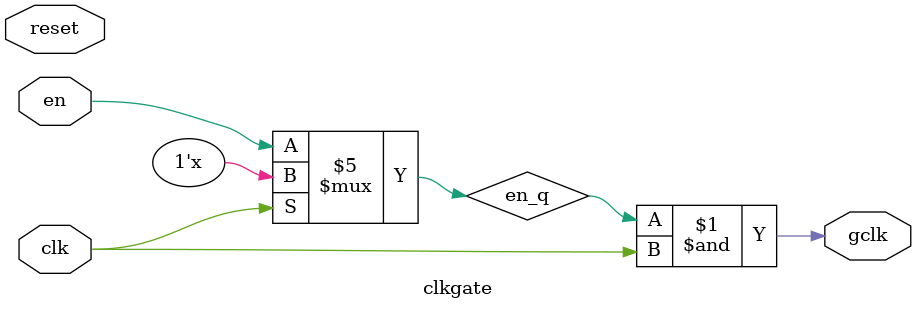
<source format=v>
module clkgate(clk, reset, en, gclk);
    input   clk;
    input reset;
    input   en;
    output  gclk;

    reg     en_q;

    assign gclk = en_q & clk;
    
    always @(*) begin
      if(!clk) en_q = en;
    end


endmodule

</source>
